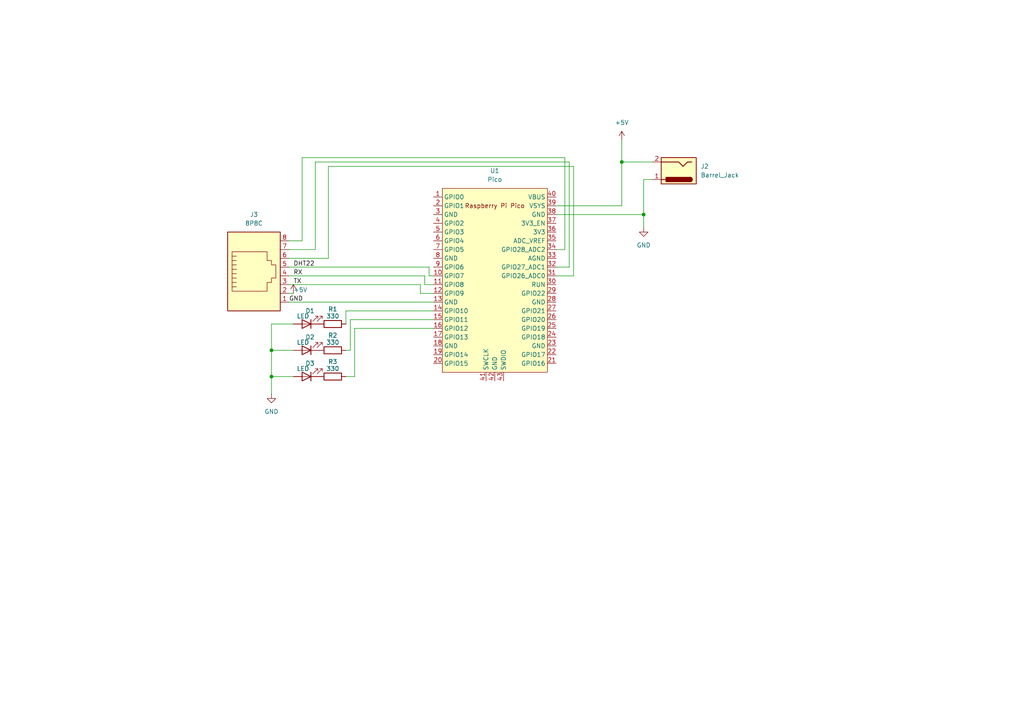
<source format=kicad_sch>
(kicad_sch (version 20250114) (generator "eeschema") (generator_version "9.0")
  (paper "A4")
  (lib_symbols
    (symbol "Connector:8P8C" (pin_names (offset 1.016))
      (property "Reference" "J" (at -5.08 13.97 0))
      (property "Value" "8P8C" (at 2.54 13.97 0))
      (symbol "8P8C_0_1"
        (polyline (pts (xy -6.35 1.905) (xy -5.08 1.905) (xy -5.08 1.905)))
        (polyline (pts (xy -6.35 0.635) (xy -5.08 0.635) (xy -5.08 0.635)))
        (polyline (pts (xy -6.35 -0.635) (xy -5.08 -0.635) (xy -5.08 -0.635)))
        (polyline (pts (xy -6.35 -1.905) (xy -5.08 -1.905) (xy -5.08 -1.905)))
        (polyline (pts (xy -6.35 -3.175) (xy -5.08 -3.175) (xy -5.08 -3.175)))
        (polyline (pts (xy -6.35 -4.445) (xy -6.35 6.985) (xy 3.81 6.985) (xy 3.81 4.445) (xy 5.08 4.445) (xy 5.08 3.175) (xy 6.35 3.175) (xy 6.35 -0.635) (xy 5.08 -0.635) (xy 5.08 -1.905) (xy 3.81 -1.905) (xy 3.81 -4.445) (xy -6.35 -4.445) (xy -6.35 -4.445)))
        (polyline (pts (xy -5.08 5.715) (xy -6.35 5.715)))
        (polyline (pts (xy -5.08 4.445) (xy -6.35 4.445)))
        (polyline (pts (xy -5.08 3.175) (xy -6.35 3.175) (xy -6.35 3.175)))
        (rectangle (start 7.62 12.7) (end -7.62 -10.16) (stroke (width 0.254)) (fill (type background)))
      )
      (symbol "8P8C_1_1"
        (pin passive line (at 10.16 10.16 180) (length 2.54) (name "~") (number "8"))
        (pin passive line (at 10.16 7.62 180) (length 2.54) (name "~") (number "7"))
        (pin passive line (at 10.16 5.08 180) (length 2.54) (name "~") (number "6"))
        (pin passive line (at 10.16 2.54 180) (length 2.54) (name "~") (number "5"))
        (pin passive line (at 10.16 0 180) (length 2.54) (name "~") (number "4"))
        (pin passive line (at 10.16 -2.54 180) (length 2.54) (name "~") (number "3"))
        (pin passive line (at 10.16 -5.08 180) (length 2.54) (name "~") (number "2"))
        (pin passive line (at 10.16 -7.62 180) (length 2.54) (name "~") (number "1"))
      )
    )
    (symbol "Connector:Barrel_Jack" (pin_names (offset 1.016))
      (property "Reference" "J" (at 0 5.334 0))
      (property "Value" "Barrel_Jack" (at 0 -5.08 0))
      (symbol "Barrel_Jack_0_1"
        (rectangle (start -5.08 3.81) (end 5.08 -3.81) (stroke (width 0.254)) (fill (type background)))
        (polyline (pts (xy -3.81 -2.54) (xy -2.54 -2.54) (xy -1.27 -1.27) (xy 0 -2.54) (xy 2.54 -2.54) (xy 5.08 -2.54)) (stroke (width 0.254)))
        (arc (start -3.302 1.905) (mid -3.9343 2.54) (end -3.302 3.175) (stroke (width 0.254)))
        (arc (start -3.302 1.905) (mid -3.9343 2.54) (end -3.302 3.175) (stroke (width 0.254)) (fill (type outline)))
        (rectangle (start 3.683 3.175) (end -3.302 1.905) (stroke (width 0.254)) (fill (type outline)))
        (polyline (pts (xy 5.08 2.54) (xy 3.81 2.54)) (stroke (width 0.254)))
      )
      (symbol "Barrel_Jack_1_1"
        (pin passive line (at 7.62 2.54 180) (length 2.54) (name "~") (number "1"))
        (pin passive line (at 7.62 -2.54 180) (length 2.54) (name "~") (number "2"))
      )
    )
    (symbol "Device:LED" (pin_numbers (hide yes)) (pin_names (offset 1.016) (hide yes))
      (property "Reference" "D" (at 0 2.54 0))
      (property "Value" "LED" (at 0 -2.54 0))
      (symbol "LED_0_1"
        (polyline (pts (xy -3.048 -0.762) (xy -4.572 -2.286) (xy -3.81 -2.286) (xy -4.572 -2.286) (xy -4.572 -1.524)))
        (polyline (pts (xy -1.778 -0.762) (xy -3.302 -2.286) (xy -2.54 -2.286) (xy -3.302 -2.286) (xy -3.302 -1.524)))
        (polyline (pts (xy -1.27 0) (xy 1.27 0)))
        (polyline (pts (xy -1.27 -1.27) (xy -1.27 1.27)) (stroke (width 0.254)))
        (polyline (pts (xy 1.27 -1.27) (xy 1.27 1.27) (xy -1.27 0) (xy 1.27 -1.27)) (stroke (width 0.254)))
      )
      (symbol "LED_1_1"
        (pin passive line (at -3.81 0 0) (length 2.54) (name "K") (number "1"))
        (pin passive line (at 3.81 0 180) (length 2.54) (name "A") (number "2"))
      )
    )
    (symbol "Device:R" (pin_numbers (hide yes)) (pin_names (offset 0))
      (property "Reference" "R" (at 2.032 0 90))
      (property "Value" "R" (at 0 0 90))
      (symbol "R_0_1"
        (rectangle (start -1.016 -2.54) (end 1.016 2.54) (stroke (width 0.254)))
      )
      (symbol "R_1_1"
        (pin passive line (at 0 3.81 270) (length 1.27) (name "~") (number "1"))
        (pin passive line (at 0 -3.81 90) (length 1.27) (name "~") (number "2"))
      )
    )
    (symbol "MCU_RaspberryPi_and_Boards:Pico"
      (property "Reference" "U" (at -13.97 27.94 0))
      (property "Value" "Pico" (at 0 19.05 0))
      (symbol "Pico_0_0"
        (text "Raspberry Pi Pico" (at 0 21.59 0) (effects (font (size 1.27 1.27))))
      )
      (symbol "Pico_0_1"
        (rectangle (start -15.24 26.67) (end 15.24 -26.67) (fill (type background)))
      )
      (symbol "Pico_1_1"
        (pin bidirectional line (at -17.78 24.13 0) (length 2.54) (name "GPIO0") (number "1"))
        (pin bidirectional line (at -17.78 21.59 0) (length 2.54) (name "GPIO1") (number "2"))
        (pin power_in line (at -17.78 19.05 0) (length 2.54) (name "GND") (number "3"))
        (pin bidirectional line (at -17.78 16.51 0) (length 2.54) (name "GPIO2") (number "4"))
        (pin bidirectional line (at -17.78 13.97 0) (length 2.54) (name "GPIO3") (number "5"))
        (pin bidirectional line (at -17.78 11.43 0) (length 2.54) (name "GPIO4") (number "6"))
        (pin bidirectional line (at -17.78 8.89 0) (length 2.54) (name "GPIO5") (number "7"))
        (pin power_in line (at -17.78 6.35 0) (length 2.54) (name "GND") (number "8"))
        (pin bidirectional line (at -17.78 3.81 0) (length 2.54) (name "GPIO6") (number "9"))
        (pin bidirectional line (at -17.78 1.27 0) (length 2.54) (name "GPIO7") (number "10"))
        (pin bidirectional line (at -17.78 -1.27 0) (length 2.54) (name "GPIO8") (number "11"))
        (pin bidirectional line (at -17.78 -3.81 0) (length 2.54) (name "GPIO9") (number "12"))
        (pin power_in line (at -17.78 -6.35 0) (length 2.54) (name "GND") (number "13"))
        (pin bidirectional line (at -17.78 -8.89 0) (length 2.54) (name "GPIO10") (number "14"))
        (pin bidirectional line (at -17.78 -11.43 0) (length 2.54) (name "GPIO11") (number "15"))
        (pin bidirectional line (at -17.78 -13.97 0) (length 2.54) (name "GPIO12") (number "16"))
        (pin bidirectional line (at -17.78 -16.51 0) (length 2.54) (name "GPIO13") (number "17"))
        (pin power_in line (at -17.78 -19.05 0) (length 2.54) (name "GND") (number "18"))
        (pin bidirectional line (at -17.78 -21.59 0) (length 2.54) (name "GPIO14") (number "19"))
        (pin bidirectional line (at -17.78 -24.13 0) (length 2.54) (name "GPIO15") (number "20"))
        (pin input line (at -2.54 -29.21 90) (length 2.54) (name "SWCLK") (number "41"))
        (pin power_in line (at 0 -29.21 90) (length 2.54) (name "GND") (number "42"))
        (pin bidirectional line (at 2.54 -29.21 90) (length 2.54) (name "SWDIO") (number "43"))
        (pin power_in line (at 17.78 24.13 180) (length 2.54) (name "VBUS") (number "40"))
        (pin power_in line (at 17.78 21.59 180) (length 2.54) (name "VSYS") (number "39"))
        (pin bidirectional line (at 17.78 19.05 180) (length 2.54) (name "GND") (number "38"))
        (pin input line (at 17.78 16.51 180) (length 2.54) (name "3V3_EN") (number "37"))
        (pin power_in line (at 17.78 13.97 180) (length 2.54) (name "3V3") (number "36"))
        (pin power_in line (at 17.78 11.43 180) (length 2.54) (name "ADC_VREF") (number "35"))
        (pin bidirectional line (at 17.78 8.89 180) (length 2.54) (name "GPIO28_ADC2") (number "34"))
        (pin power_in line (at 17.78 6.35 180) (length 2.54) (name "AGND") (number "33"))
        (pin bidirectional line (at 17.78 3.81 180) (length 2.54) (name "GPIO27_ADC1") (number "32"))
        (pin bidirectional line (at 17.78 1.27 180) (length 2.54) (name "GPIO26_ADC0") (number "31"))
        (pin input line (at 17.78 -1.27 180) (length 2.54) (name "RUN") (number "30"))
        (pin bidirectional line (at 17.78 -3.81 180) (length 2.54) (name "GPIO22") (number "29"))
        (pin power_in line (at 17.78 -6.35 180) (length 2.54) (name "GND") (number "28"))
        (pin bidirectional line (at 17.78 -8.89 180) (length 2.54) (name "GPIO21") (number "27"))
        (pin bidirectional line (at 17.78 -11.43 180) (length 2.54) (name "GPIO20") (number "26"))
        (pin bidirectional line (at 17.78 -13.97 180) (length 2.54) (name "GPIO19") (number "25"))
        (pin bidirectional line (at 17.78 -16.51 180) (length 2.54) (name "GPIO18") (number "24"))
        (pin power_in line (at 17.78 -19.05 180) (length 2.54) (name "GND") (number "23"))
        (pin bidirectional line (at 17.78 -21.59 180) (length 2.54) (name "GPIO17") (number "22"))
        (pin bidirectional line (at 17.78 -24.13 180) (length 2.54) (name "GPIO16") (number "21"))
      )
    )
    (symbol "power:+5V" (power) (pin_numbers (hide yes)) (pin_names (offset 0) (hide yes))
      (property "Value" "+5V" (at 0 3.556 0))
      (symbol "+5V_0_1"
        (polyline (pts (xy -0.762 1.27) (xy 0 2.54)))
        (polyline (pts (xy 0 2.54) (xy 0.762 1.27)))
        (polyline (pts (xy 0 0) (xy 0 2.54)))
      )
      (symbol "+5V_1_1"
        (pin power_in line (at 0 0 90) (length 0) (name "~") (number "1"))
      )
    )
    (symbol "power:GND" (power) (pin_numbers (hide yes)) (pin_names (offset 0) (hide yes))
      (property "Value" "GND" (at 0 -3.81 0))
      (symbol "GND_0_1"
        (polyline (pts (xy 0 0) (xy 0 -1.27) (xy 1.27 -1.27) (xy 0 -2.54) (xy -1.27 -1.27) (xy 0 -1.27)))
      )
      (symbol "GND_1_1"
        (pin power_in line (at 0 0 270) (length 0) (name "~") (number "1"))
      )
    )
  )
  (junction (at 78.74 109.22))
  (junction (at 180.34 46.99))
  (junction (at 78.74 101.6))
  (junction (at 186.69 62.23))
  (wire (pts (xy 83.82 72.39) (xy 91.44 72.39)))
  (wire (pts (xy 124.46 80.01) (xy 124.46 77.47)))
  (wire (pts (xy 83.82 85.09) (xy 85.09 85.09)))
  (wire (pts (xy 78.74 101.6) (xy 78.74 109.22)))
  (wire (pts (xy 125.73 80.01) (xy 124.46 80.01)))
  (wire (pts (xy 95.25 48.26) (xy 95.25 74.93)))
  (wire (pts (xy 100.33 109.22) (xy 102.87 109.22)))
  (wire (pts (xy 101.6 92.71) (xy 125.73 92.71)))
  (wire (pts (xy 189.23 52.07) (xy 186.69 52.07)))
  (wire (pts (xy 163.83 72.39) (xy 163.83 45.72)))
  (wire (pts (xy 102.87 95.25) (xy 125.73 95.25)))
  (wire (pts (xy 91.44 46.99) (xy 165.1 46.99)))
  (wire (pts (xy 161.29 72.39) (xy 163.83 72.39)))
  (wire (pts (xy 124.46 77.47) (xy 83.82 77.47)))
  (wire (pts (xy 78.74 93.98) (xy 85.09 93.98)))
  (wire (pts (xy 186.69 52.07) (xy 186.69 62.23)))
  (wire (pts (xy 163.83 45.72) (xy 87.63 45.72)))
  (wire (pts (xy 166.37 48.26) (xy 95.25 48.26)))
  (wire (pts (xy 83.82 74.93) (xy 95.25 74.93)))
  (wire (pts (xy 78.74 93.98) (xy 78.74 101.6)))
  (wire (pts (xy 180.34 46.99) (xy 180.34 40.64)))
  (wire (pts (xy 78.74 109.22) (xy 78.74 114.3)))
  (wire (pts (xy 180.34 59.69) (xy 180.34 46.99)))
  (wire (pts (xy 83.82 69.85) (xy 87.63 69.85)))
  (wire (pts (xy 87.63 45.72) (xy 87.63 69.85)))
  (wire (pts (xy 101.6 101.6) (xy 100.33 101.6)))
  (wire (pts (xy 101.6 92.71) (xy 101.6 101.6)))
  (wire (pts (xy 166.37 80.01) (xy 166.37 48.26)))
  (wire (pts (xy 180.34 46.99) (xy 189.23 46.99)))
  (wire (pts (xy 78.74 109.22) (xy 85.09 109.22)))
  (wire (pts (xy 83.82 82.55) (xy 121.92 82.55)))
  (wire (pts (xy 161.29 80.01) (xy 166.37 80.01)))
  (wire (pts (xy 100.33 90.17) (xy 100.33 93.98)))
  (wire (pts (xy 125.73 82.55) (xy 123.19 82.55)))
  (wire (pts (xy 186.69 62.23) (xy 186.69 66.04)))
  (wire (pts (xy 121.92 85.09) (xy 125.73 85.09)))
  (wire (pts (xy 83.82 87.63) (xy 125.73 87.63)))
  (wire (pts (xy 102.87 109.22) (xy 102.87 95.25)))
  (wire (pts (xy 161.29 59.69) (xy 180.34 59.69)))
  (wire (pts (xy 100.33 90.17) (xy 125.73 90.17)))
  (wire (pts (xy 161.29 62.23) (xy 186.69 62.23)))
  (wire (pts (xy 78.74 101.6) (xy 85.09 101.6)))
  (wire (pts (xy 123.19 80.01) (xy 83.82 80.01)))
  (wire (pts (xy 165.1 46.99) (xy 165.1 77.47)))
  (wire (pts (xy 91.44 46.99) (xy 91.44 72.39)))
  (wire (pts (xy 121.92 82.55) (xy 121.92 85.09)))
  (wire (pts (xy 165.1 77.47) (xy 161.29 77.47)))
  (wire (pts (xy 123.19 82.55) (xy 123.19 80.01)))
  (label "RX" (at 85.09 80.01 0))
  (label "DHT22" (at 85.09 77.47 0))
  (label "TX" (at 85.09 82.55 0))
  (label "GND" (at 83.82 87.63 0))
  (symbol (lib_id "power:GND") (at 78.74 114.3 0) (unit 1)
    (property "Reference" "#PWR04" (effects (hide yes)))
    (property "Value" "GND" (at 78.74 119.38 0))
    (property "Description" "Power symbol creates a global label with name \"GND\" , ground" (effects (hide yes)))
  )
  (symbol (lib_id "Device:LED") (at 88.9 101.6 180) (unit 1)
    (property "Reference" "D2" (at 89.916 97.79 0))
    (property "Value" "LED" (at 87.884 99.314 0))
    (property "Footprint" "LED_THT:LED_D3.0mm_Clear" (effects (hide yes)))
    (property "Description" "Light emitting diode" (effects (hide yes)))
    (property "Sim.Pins" "1=K 2=A" (effects (hide yes)))
  )
  (symbol (lib_id "power:+5V") (at 180.34 40.64 0) (unit 1)
    (property "Reference" "#PWR01" (effects (hide yes)))
    (property "Value" "+5V" (at 180.34 35.56 0))
    (property "Description" "Power symbol creates a global label with name \"+5V\"" (effects (hide yes)))
  )
  (symbol (lib_id "power:GND") (at 186.69 66.04 0) (unit 1)
    (property "Reference" "#PWR02" (effects (hide yes)))
    (property "Value" "GND" (at 186.69 71.12 0))
    (property "Description" "Power symbol creates a global label with name \"GND\" , ground" (effects (hide yes)))
  )
  (symbol (lib_id "Device:R") (at 96.52 93.98 90) (unit 1)
    (property "Reference" "R1" (at 96.52 89.662 90))
    (property "Value" "330" (at 96.52 91.694 90))
    (property "Footprint" "Resistor_THT:R_Axial_DIN0207_L6.3mm_D2.5mm_P10.16mm_Horizontal" (effects (hide yes)))
    (property "Description" "Resistor" (effects (hide yes)))
  )
  (symbol (lib_id "MCU_RaspberryPi_and_Boards:Pico") (at 143.51 81.28 0) (unit 1)
    (property "Reference" "U1" (at 143.51 49.53 0))
    (property "Value" "Pico" (at 143.51 52.07 0))
    (property "Footprint" "MCU_RaspberryPi_and_Boards:RPi_Pico_SMD_TH" (effects (hide yes)))
  )
  (symbol (lib_id "power:+5V") (at 85.09 85.09 0) (unit 1)
    (property "Reference" "#PWR03" (effects (hide yes)))
    (property "Value" "+5V" (at 87.122 84.074 0))
    (property "Description" "Power symbol creates a global label with name \"+5V\"" (effects (hide yes)))
  )
  (symbol (lib_id "Device:LED") (at 88.9 93.98 180) (unit 1)
    (property "Reference" "D1" (at 89.916 90.17 0))
    (property "Value" "LED" (at 87.884 91.694 0))
    (property "Footprint" "LED_THT:LED_D3.0mm_Clear" (effects (hide yes)))
    (property "Description" "Light emitting diode" (effects (hide yes)))
    (property "Sim.Pins" "1=K 2=A" (effects (hide yes)))
  )
  (symbol (lib_id "Device:R") (at 96.52 101.6 90) (unit 1)
    (property "Reference" "R2" (at 96.52 97.282 90))
    (property "Value" "330" (at 96.52 99.314 90))
    (property "Footprint" "Resistor_THT:R_Axial_DIN0207_L6.3mm_D2.5mm_P10.16mm_Horizontal" (effects (hide yes)))
    (property "Description" "Resistor" (effects (hide yes)))
  )
  (symbol (lib_id "Connector:8P8C") (at 73.66 80.01 0) (unit 1)
    (property "Reference" "J3" (at 73.66 62.23 0))
    (property "Value" "8P8C" (at 73.66 64.77 0))
    (property "Footprint" "Connector_RJ:RJ45_Connfly_DS1128-09-S8xx-S_Horizontal" (effects (hide yes)))
    (property "Description" "RJ connector, 8P8C (8 positions 8 connected), RJ31/RJ32/RJ33/RJ34/RJ35/RJ41/RJ45/RJ49/RJ61" (effects (hide yes)))
  )
  (symbol (lib_id "Device:LED") (at 88.9 109.22 180) (unit 1)
    (property "Reference" "D3" (at 89.916 105.41 0))
    (property "Value" "LED" (at 87.884 106.934 0))
    (property "Footprint" "LED_THT:LED_D3.0mm_Clear" (effects (hide yes)))
    (property "Description" "Light emitting diode" (effects (hide yes)))
    (property "Sim.Pins" "1=K 2=A" (effects (hide yes)))
  )
  (symbol (lib_id "Device:R") (at 96.52 109.22 90) (unit 1)
    (property "Reference" "R3" (at 96.52 104.902 90))
    (property "Value" "330" (at 96.52 106.934 90))
    (property "Footprint" "Resistor_THT:R_Axial_DIN0207_L6.3mm_D2.5mm_P10.16mm_Horizontal" (effects (hide yes)))
    (property "Description" "Resistor" (effects (hide yes)))
  )
  (symbol (lib_id "Connector:Barrel_Jack") (at 196.85 49.53 180) (unit 1)
    (property "Reference" "J2" (at 203.2 48.2599 0) (effects (justify right)))
    (property "Value" "Barrel_Jack" (at 203.2 50.7999 0) (effects (justify right)))
    (property "Footprint" "Connector_BarrelJack:BarrelJack_CUI_PJ-063AH_Horizontal_CircularHoles" (effects (hide yes)))
    (property "Description" "DC Barrel Jack" (effects (hide yes)))
  )
)
</source>
